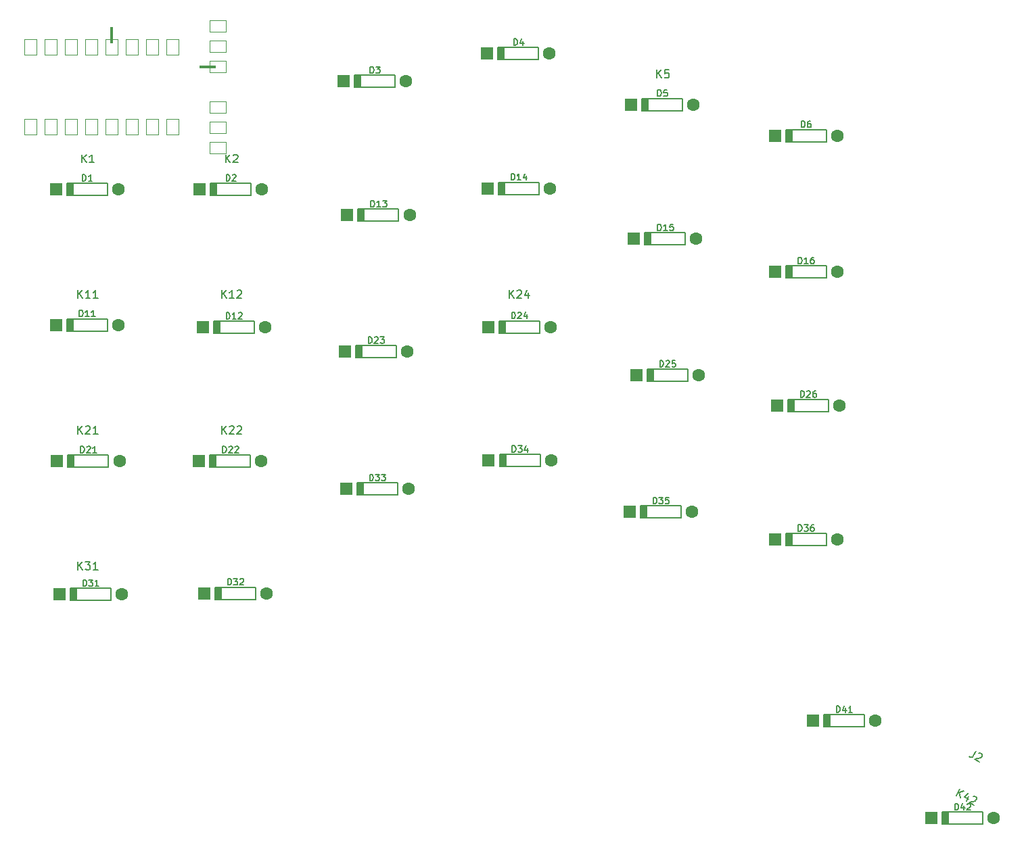
<source format=gbr>
%TF.GenerationSoftware,KiCad,Pcbnew,7.0.6*%
%TF.CreationDate,2023-11-23T00:40:04+08:00*%
%TF.ProjectId,handfull-mini,68616e64-6675-46c6-9c2d-6d696e692e6b,rev?*%
%TF.SameCoordinates,Original*%
%TF.FileFunction,Legend,Top*%
%TF.FilePolarity,Positive*%
%FSLAX46Y46*%
G04 Gerber Fmt 4.6, Leading zero omitted, Abs format (unit mm)*
G04 Created by KiCad (PCBNEW 7.0.6) date 2023-11-23 00:40:04*
%MOMM*%
%LPD*%
G01*
G04 APERTURE LIST*
%ADD10C,0.150000*%
%ADD11C,0.050000*%
%ADD12C,1.600000*%
%ADD13R,1.600000X1.600000*%
%ADD14R,2.000000X0.300000*%
%ADD15R,0.300000X2.000000*%
G04 APERTURE END LIST*
D10*
X194643971Y-140042295D02*
X194643971Y-139242295D01*
X194643971Y-139242295D02*
X194834447Y-139242295D01*
X194834447Y-139242295D02*
X194948733Y-139280390D01*
X194948733Y-139280390D02*
X195024923Y-139356580D01*
X195024923Y-139356580D02*
X195063018Y-139432771D01*
X195063018Y-139432771D02*
X195101114Y-139585152D01*
X195101114Y-139585152D02*
X195101114Y-139699438D01*
X195101114Y-139699438D02*
X195063018Y-139851819D01*
X195063018Y-139851819D02*
X195024923Y-139928009D01*
X195024923Y-139928009D02*
X194948733Y-140004200D01*
X194948733Y-140004200D02*
X194834447Y-140042295D01*
X194834447Y-140042295D02*
X194643971Y-140042295D01*
X195786828Y-139508961D02*
X195786828Y-140042295D01*
X195596352Y-139204200D02*
X195405875Y-139775628D01*
X195405875Y-139775628D02*
X195901114Y-139775628D01*
X196167780Y-139318485D02*
X196205876Y-139280390D01*
X196205876Y-139280390D02*
X196282066Y-139242295D01*
X196282066Y-139242295D02*
X196472542Y-139242295D01*
X196472542Y-139242295D02*
X196548733Y-139280390D01*
X196548733Y-139280390D02*
X196586828Y-139318485D01*
X196586828Y-139318485D02*
X196624923Y-139394676D01*
X196624923Y-139394676D02*
X196624923Y-139470866D01*
X196624923Y-139470866D02*
X196586828Y-139585152D01*
X196586828Y-139585152D02*
X196129685Y-140042295D01*
X196129685Y-140042295D02*
X196624923Y-140042295D01*
X179823971Y-127822295D02*
X179823971Y-127022295D01*
X179823971Y-127022295D02*
X180014447Y-127022295D01*
X180014447Y-127022295D02*
X180128733Y-127060390D01*
X180128733Y-127060390D02*
X180204923Y-127136580D01*
X180204923Y-127136580D02*
X180243018Y-127212771D01*
X180243018Y-127212771D02*
X180281114Y-127365152D01*
X180281114Y-127365152D02*
X180281114Y-127479438D01*
X180281114Y-127479438D02*
X180243018Y-127631819D01*
X180243018Y-127631819D02*
X180204923Y-127708009D01*
X180204923Y-127708009D02*
X180128733Y-127784200D01*
X180128733Y-127784200D02*
X180014447Y-127822295D01*
X180014447Y-127822295D02*
X179823971Y-127822295D01*
X180966828Y-127288961D02*
X180966828Y-127822295D01*
X180776352Y-126984200D02*
X180585875Y-127555628D01*
X180585875Y-127555628D02*
X181081114Y-127555628D01*
X181804923Y-127822295D02*
X181347780Y-127822295D01*
X181576352Y-127822295D02*
X181576352Y-127022295D01*
X181576352Y-127022295D02*
X181500161Y-127136580D01*
X181500161Y-127136580D02*
X181423971Y-127212771D01*
X181423971Y-127212771D02*
X181347780Y-127250866D01*
X103613971Y-111882295D02*
X103613971Y-111082295D01*
X103613971Y-111082295D02*
X103804447Y-111082295D01*
X103804447Y-111082295D02*
X103918733Y-111120390D01*
X103918733Y-111120390D02*
X103994923Y-111196580D01*
X103994923Y-111196580D02*
X104033018Y-111272771D01*
X104033018Y-111272771D02*
X104071114Y-111425152D01*
X104071114Y-111425152D02*
X104071114Y-111539438D01*
X104071114Y-111539438D02*
X104033018Y-111691819D01*
X104033018Y-111691819D02*
X103994923Y-111768009D01*
X103994923Y-111768009D02*
X103918733Y-111844200D01*
X103918733Y-111844200D02*
X103804447Y-111882295D01*
X103804447Y-111882295D02*
X103613971Y-111882295D01*
X104337780Y-111082295D02*
X104833018Y-111082295D01*
X104833018Y-111082295D02*
X104566352Y-111387057D01*
X104566352Y-111387057D02*
X104680637Y-111387057D01*
X104680637Y-111387057D02*
X104756828Y-111425152D01*
X104756828Y-111425152D02*
X104794923Y-111463247D01*
X104794923Y-111463247D02*
X104833018Y-111539438D01*
X104833018Y-111539438D02*
X104833018Y-111729914D01*
X104833018Y-111729914D02*
X104794923Y-111806104D01*
X104794923Y-111806104D02*
X104756828Y-111844200D01*
X104756828Y-111844200D02*
X104680637Y-111882295D01*
X104680637Y-111882295D02*
X104452066Y-111882295D01*
X104452066Y-111882295D02*
X104375875Y-111844200D01*
X104375875Y-111844200D02*
X104337780Y-111806104D01*
X105137780Y-111158485D02*
X105175876Y-111120390D01*
X105175876Y-111120390D02*
X105252066Y-111082295D01*
X105252066Y-111082295D02*
X105442542Y-111082295D01*
X105442542Y-111082295D02*
X105518733Y-111120390D01*
X105518733Y-111120390D02*
X105556828Y-111158485D01*
X105556828Y-111158485D02*
X105594923Y-111234676D01*
X105594923Y-111234676D02*
X105594923Y-111310866D01*
X105594923Y-111310866D02*
X105556828Y-111425152D01*
X105556828Y-111425152D02*
X105099685Y-111882295D01*
X105099685Y-111882295D02*
X105594923Y-111882295D01*
X121383971Y-98812295D02*
X121383971Y-98012295D01*
X121383971Y-98012295D02*
X121574447Y-98012295D01*
X121574447Y-98012295D02*
X121688733Y-98050390D01*
X121688733Y-98050390D02*
X121764923Y-98126580D01*
X121764923Y-98126580D02*
X121803018Y-98202771D01*
X121803018Y-98202771D02*
X121841114Y-98355152D01*
X121841114Y-98355152D02*
X121841114Y-98469438D01*
X121841114Y-98469438D02*
X121803018Y-98621819D01*
X121803018Y-98621819D02*
X121764923Y-98698009D01*
X121764923Y-98698009D02*
X121688733Y-98774200D01*
X121688733Y-98774200D02*
X121574447Y-98812295D01*
X121574447Y-98812295D02*
X121383971Y-98812295D01*
X122107780Y-98012295D02*
X122603018Y-98012295D01*
X122603018Y-98012295D02*
X122336352Y-98317057D01*
X122336352Y-98317057D02*
X122450637Y-98317057D01*
X122450637Y-98317057D02*
X122526828Y-98355152D01*
X122526828Y-98355152D02*
X122564923Y-98393247D01*
X122564923Y-98393247D02*
X122603018Y-98469438D01*
X122603018Y-98469438D02*
X122603018Y-98659914D01*
X122603018Y-98659914D02*
X122564923Y-98736104D01*
X122564923Y-98736104D02*
X122526828Y-98774200D01*
X122526828Y-98774200D02*
X122450637Y-98812295D01*
X122450637Y-98812295D02*
X122222066Y-98812295D01*
X122222066Y-98812295D02*
X122145875Y-98774200D01*
X122145875Y-98774200D02*
X122107780Y-98736104D01*
X122869685Y-98012295D02*
X123364923Y-98012295D01*
X123364923Y-98012295D02*
X123098257Y-98317057D01*
X123098257Y-98317057D02*
X123212542Y-98317057D01*
X123212542Y-98317057D02*
X123288733Y-98355152D01*
X123288733Y-98355152D02*
X123326828Y-98393247D01*
X123326828Y-98393247D02*
X123364923Y-98469438D01*
X123364923Y-98469438D02*
X123364923Y-98659914D01*
X123364923Y-98659914D02*
X123326828Y-98736104D01*
X123326828Y-98736104D02*
X123288733Y-98774200D01*
X123288733Y-98774200D02*
X123212542Y-98812295D01*
X123212542Y-98812295D02*
X122983971Y-98812295D01*
X122983971Y-98812295D02*
X122907780Y-98774200D01*
X122907780Y-98774200D02*
X122869685Y-98736104D01*
X139233971Y-95232295D02*
X139233971Y-94432295D01*
X139233971Y-94432295D02*
X139424447Y-94432295D01*
X139424447Y-94432295D02*
X139538733Y-94470390D01*
X139538733Y-94470390D02*
X139614923Y-94546580D01*
X139614923Y-94546580D02*
X139653018Y-94622771D01*
X139653018Y-94622771D02*
X139691114Y-94775152D01*
X139691114Y-94775152D02*
X139691114Y-94889438D01*
X139691114Y-94889438D02*
X139653018Y-95041819D01*
X139653018Y-95041819D02*
X139614923Y-95118009D01*
X139614923Y-95118009D02*
X139538733Y-95194200D01*
X139538733Y-95194200D02*
X139424447Y-95232295D01*
X139424447Y-95232295D02*
X139233971Y-95232295D01*
X139957780Y-94432295D02*
X140453018Y-94432295D01*
X140453018Y-94432295D02*
X140186352Y-94737057D01*
X140186352Y-94737057D02*
X140300637Y-94737057D01*
X140300637Y-94737057D02*
X140376828Y-94775152D01*
X140376828Y-94775152D02*
X140414923Y-94813247D01*
X140414923Y-94813247D02*
X140453018Y-94889438D01*
X140453018Y-94889438D02*
X140453018Y-95079914D01*
X140453018Y-95079914D02*
X140414923Y-95156104D01*
X140414923Y-95156104D02*
X140376828Y-95194200D01*
X140376828Y-95194200D02*
X140300637Y-95232295D01*
X140300637Y-95232295D02*
X140072066Y-95232295D01*
X140072066Y-95232295D02*
X139995875Y-95194200D01*
X139995875Y-95194200D02*
X139957780Y-95156104D01*
X141138733Y-94698961D02*
X141138733Y-95232295D01*
X140948257Y-94394200D02*
X140757780Y-94965628D01*
X140757780Y-94965628D02*
X141253019Y-94965628D01*
X175053971Y-105132295D02*
X175053971Y-104332295D01*
X175053971Y-104332295D02*
X175244447Y-104332295D01*
X175244447Y-104332295D02*
X175358733Y-104370390D01*
X175358733Y-104370390D02*
X175434923Y-104446580D01*
X175434923Y-104446580D02*
X175473018Y-104522771D01*
X175473018Y-104522771D02*
X175511114Y-104675152D01*
X175511114Y-104675152D02*
X175511114Y-104789438D01*
X175511114Y-104789438D02*
X175473018Y-104941819D01*
X175473018Y-104941819D02*
X175434923Y-105018009D01*
X175434923Y-105018009D02*
X175358733Y-105094200D01*
X175358733Y-105094200D02*
X175244447Y-105132295D01*
X175244447Y-105132295D02*
X175053971Y-105132295D01*
X175777780Y-104332295D02*
X176273018Y-104332295D01*
X176273018Y-104332295D02*
X176006352Y-104637057D01*
X176006352Y-104637057D02*
X176120637Y-104637057D01*
X176120637Y-104637057D02*
X176196828Y-104675152D01*
X176196828Y-104675152D02*
X176234923Y-104713247D01*
X176234923Y-104713247D02*
X176273018Y-104789438D01*
X176273018Y-104789438D02*
X176273018Y-104979914D01*
X176273018Y-104979914D02*
X176234923Y-105056104D01*
X176234923Y-105056104D02*
X176196828Y-105094200D01*
X176196828Y-105094200D02*
X176120637Y-105132295D01*
X176120637Y-105132295D02*
X175892066Y-105132295D01*
X175892066Y-105132295D02*
X175815875Y-105094200D01*
X175815875Y-105094200D02*
X175777780Y-105056104D01*
X176958733Y-104332295D02*
X176806352Y-104332295D01*
X176806352Y-104332295D02*
X176730161Y-104370390D01*
X176730161Y-104370390D02*
X176692066Y-104408485D01*
X176692066Y-104408485D02*
X176615876Y-104522771D01*
X176615876Y-104522771D02*
X176577780Y-104675152D01*
X176577780Y-104675152D02*
X176577780Y-104979914D01*
X176577780Y-104979914D02*
X176615876Y-105056104D01*
X176615876Y-105056104D02*
X176653971Y-105094200D01*
X176653971Y-105094200D02*
X176730161Y-105132295D01*
X176730161Y-105132295D02*
X176882542Y-105132295D01*
X176882542Y-105132295D02*
X176958733Y-105094200D01*
X176958733Y-105094200D02*
X176996828Y-105056104D01*
X176996828Y-105056104D02*
X177034923Y-104979914D01*
X177034923Y-104979914D02*
X177034923Y-104789438D01*
X177034923Y-104789438D02*
X176996828Y-104713247D01*
X176996828Y-104713247D02*
X176958733Y-104675152D01*
X176958733Y-104675152D02*
X176882542Y-104637057D01*
X176882542Y-104637057D02*
X176730161Y-104637057D01*
X176730161Y-104637057D02*
X176653971Y-104675152D01*
X176653971Y-104675152D02*
X176615876Y-104713247D01*
X176615876Y-104713247D02*
X176577780Y-104789438D01*
X156863971Y-101692295D02*
X156863971Y-100892295D01*
X156863971Y-100892295D02*
X157054447Y-100892295D01*
X157054447Y-100892295D02*
X157168733Y-100930390D01*
X157168733Y-100930390D02*
X157244923Y-101006580D01*
X157244923Y-101006580D02*
X157283018Y-101082771D01*
X157283018Y-101082771D02*
X157321114Y-101235152D01*
X157321114Y-101235152D02*
X157321114Y-101349438D01*
X157321114Y-101349438D02*
X157283018Y-101501819D01*
X157283018Y-101501819D02*
X157244923Y-101578009D01*
X157244923Y-101578009D02*
X157168733Y-101654200D01*
X157168733Y-101654200D02*
X157054447Y-101692295D01*
X157054447Y-101692295D02*
X156863971Y-101692295D01*
X157587780Y-100892295D02*
X158083018Y-100892295D01*
X158083018Y-100892295D02*
X157816352Y-101197057D01*
X157816352Y-101197057D02*
X157930637Y-101197057D01*
X157930637Y-101197057D02*
X158006828Y-101235152D01*
X158006828Y-101235152D02*
X158044923Y-101273247D01*
X158044923Y-101273247D02*
X158083018Y-101349438D01*
X158083018Y-101349438D02*
X158083018Y-101539914D01*
X158083018Y-101539914D02*
X158044923Y-101616104D01*
X158044923Y-101616104D02*
X158006828Y-101654200D01*
X158006828Y-101654200D02*
X157930637Y-101692295D01*
X157930637Y-101692295D02*
X157702066Y-101692295D01*
X157702066Y-101692295D02*
X157625875Y-101654200D01*
X157625875Y-101654200D02*
X157587780Y-101616104D01*
X158806828Y-100892295D02*
X158425876Y-100892295D01*
X158425876Y-100892295D02*
X158387780Y-101273247D01*
X158387780Y-101273247D02*
X158425876Y-101235152D01*
X158425876Y-101235152D02*
X158502066Y-101197057D01*
X158502066Y-101197057D02*
X158692542Y-101197057D01*
X158692542Y-101197057D02*
X158768733Y-101235152D01*
X158768733Y-101235152D02*
X158806828Y-101273247D01*
X158806828Y-101273247D02*
X158844923Y-101349438D01*
X158844923Y-101349438D02*
X158844923Y-101539914D01*
X158844923Y-101539914D02*
X158806828Y-101616104D01*
X158806828Y-101616104D02*
X158768733Y-101654200D01*
X158768733Y-101654200D02*
X158692542Y-101692295D01*
X158692542Y-101692295D02*
X158502066Y-101692295D01*
X158502066Y-101692295D02*
X158425876Y-101654200D01*
X158425876Y-101654200D02*
X158387780Y-101616104D01*
X175333971Y-88352295D02*
X175333971Y-87552295D01*
X175333971Y-87552295D02*
X175524447Y-87552295D01*
X175524447Y-87552295D02*
X175638733Y-87590390D01*
X175638733Y-87590390D02*
X175714923Y-87666580D01*
X175714923Y-87666580D02*
X175753018Y-87742771D01*
X175753018Y-87742771D02*
X175791114Y-87895152D01*
X175791114Y-87895152D02*
X175791114Y-88009438D01*
X175791114Y-88009438D02*
X175753018Y-88161819D01*
X175753018Y-88161819D02*
X175714923Y-88238009D01*
X175714923Y-88238009D02*
X175638733Y-88314200D01*
X175638733Y-88314200D02*
X175524447Y-88352295D01*
X175524447Y-88352295D02*
X175333971Y-88352295D01*
X176095875Y-87628485D02*
X176133971Y-87590390D01*
X176133971Y-87590390D02*
X176210161Y-87552295D01*
X176210161Y-87552295D02*
X176400637Y-87552295D01*
X176400637Y-87552295D02*
X176476828Y-87590390D01*
X176476828Y-87590390D02*
X176514923Y-87628485D01*
X176514923Y-87628485D02*
X176553018Y-87704676D01*
X176553018Y-87704676D02*
X176553018Y-87780866D01*
X176553018Y-87780866D02*
X176514923Y-87895152D01*
X176514923Y-87895152D02*
X176057780Y-88352295D01*
X176057780Y-88352295D02*
X176553018Y-88352295D01*
X177238733Y-87552295D02*
X177086352Y-87552295D01*
X177086352Y-87552295D02*
X177010161Y-87590390D01*
X177010161Y-87590390D02*
X176972066Y-87628485D01*
X176972066Y-87628485D02*
X176895876Y-87742771D01*
X176895876Y-87742771D02*
X176857780Y-87895152D01*
X176857780Y-87895152D02*
X176857780Y-88199914D01*
X176857780Y-88199914D02*
X176895876Y-88276104D01*
X176895876Y-88276104D02*
X176933971Y-88314200D01*
X176933971Y-88314200D02*
X177010161Y-88352295D01*
X177010161Y-88352295D02*
X177162542Y-88352295D01*
X177162542Y-88352295D02*
X177238733Y-88314200D01*
X177238733Y-88314200D02*
X177276828Y-88276104D01*
X177276828Y-88276104D02*
X177314923Y-88199914D01*
X177314923Y-88199914D02*
X177314923Y-88009438D01*
X177314923Y-88009438D02*
X177276828Y-87933247D01*
X177276828Y-87933247D02*
X177238733Y-87895152D01*
X177238733Y-87895152D02*
X177162542Y-87857057D01*
X177162542Y-87857057D02*
X177010161Y-87857057D01*
X177010161Y-87857057D02*
X176933971Y-87895152D01*
X176933971Y-87895152D02*
X176895876Y-87933247D01*
X176895876Y-87933247D02*
X176857780Y-88009438D01*
X157703971Y-84552295D02*
X157703971Y-83752295D01*
X157703971Y-83752295D02*
X157894447Y-83752295D01*
X157894447Y-83752295D02*
X158008733Y-83790390D01*
X158008733Y-83790390D02*
X158084923Y-83866580D01*
X158084923Y-83866580D02*
X158123018Y-83942771D01*
X158123018Y-83942771D02*
X158161114Y-84095152D01*
X158161114Y-84095152D02*
X158161114Y-84209438D01*
X158161114Y-84209438D02*
X158123018Y-84361819D01*
X158123018Y-84361819D02*
X158084923Y-84438009D01*
X158084923Y-84438009D02*
X158008733Y-84514200D01*
X158008733Y-84514200D02*
X157894447Y-84552295D01*
X157894447Y-84552295D02*
X157703971Y-84552295D01*
X158465875Y-83828485D02*
X158503971Y-83790390D01*
X158503971Y-83790390D02*
X158580161Y-83752295D01*
X158580161Y-83752295D02*
X158770637Y-83752295D01*
X158770637Y-83752295D02*
X158846828Y-83790390D01*
X158846828Y-83790390D02*
X158884923Y-83828485D01*
X158884923Y-83828485D02*
X158923018Y-83904676D01*
X158923018Y-83904676D02*
X158923018Y-83980866D01*
X158923018Y-83980866D02*
X158884923Y-84095152D01*
X158884923Y-84095152D02*
X158427780Y-84552295D01*
X158427780Y-84552295D02*
X158923018Y-84552295D01*
X159646828Y-83752295D02*
X159265876Y-83752295D01*
X159265876Y-83752295D02*
X159227780Y-84133247D01*
X159227780Y-84133247D02*
X159265876Y-84095152D01*
X159265876Y-84095152D02*
X159342066Y-84057057D01*
X159342066Y-84057057D02*
X159532542Y-84057057D01*
X159532542Y-84057057D02*
X159608733Y-84095152D01*
X159608733Y-84095152D02*
X159646828Y-84133247D01*
X159646828Y-84133247D02*
X159684923Y-84209438D01*
X159684923Y-84209438D02*
X159684923Y-84399914D01*
X159684923Y-84399914D02*
X159646828Y-84476104D01*
X159646828Y-84476104D02*
X159608733Y-84514200D01*
X159608733Y-84514200D02*
X159532542Y-84552295D01*
X159532542Y-84552295D02*
X159342066Y-84552295D01*
X159342066Y-84552295D02*
X159265876Y-84514200D01*
X159265876Y-84514200D02*
X159227780Y-84476104D01*
X85053971Y-78262295D02*
X85053971Y-77462295D01*
X85053971Y-77462295D02*
X85244447Y-77462295D01*
X85244447Y-77462295D02*
X85358733Y-77500390D01*
X85358733Y-77500390D02*
X85434923Y-77576580D01*
X85434923Y-77576580D02*
X85473018Y-77652771D01*
X85473018Y-77652771D02*
X85511114Y-77805152D01*
X85511114Y-77805152D02*
X85511114Y-77919438D01*
X85511114Y-77919438D02*
X85473018Y-78071819D01*
X85473018Y-78071819D02*
X85434923Y-78148009D01*
X85434923Y-78148009D02*
X85358733Y-78224200D01*
X85358733Y-78224200D02*
X85244447Y-78262295D01*
X85244447Y-78262295D02*
X85053971Y-78262295D01*
X86273018Y-78262295D02*
X85815875Y-78262295D01*
X86044447Y-78262295D02*
X86044447Y-77462295D01*
X86044447Y-77462295D02*
X85968256Y-77576580D01*
X85968256Y-77576580D02*
X85892066Y-77652771D01*
X85892066Y-77652771D02*
X85815875Y-77690866D01*
X87034923Y-78262295D02*
X86577780Y-78262295D01*
X86806352Y-78262295D02*
X86806352Y-77462295D01*
X86806352Y-77462295D02*
X86730161Y-77576580D01*
X86730161Y-77576580D02*
X86653971Y-77652771D01*
X86653971Y-77652771D02*
X86577780Y-77690866D01*
X175434924Y-54562295D02*
X175434924Y-53762295D01*
X175434924Y-53762295D02*
X175625400Y-53762295D01*
X175625400Y-53762295D02*
X175739686Y-53800390D01*
X175739686Y-53800390D02*
X175815876Y-53876580D01*
X175815876Y-53876580D02*
X175853971Y-53952771D01*
X175853971Y-53952771D02*
X175892067Y-54105152D01*
X175892067Y-54105152D02*
X175892067Y-54219438D01*
X175892067Y-54219438D02*
X175853971Y-54371819D01*
X175853971Y-54371819D02*
X175815876Y-54448009D01*
X175815876Y-54448009D02*
X175739686Y-54524200D01*
X175739686Y-54524200D02*
X175625400Y-54562295D01*
X175625400Y-54562295D02*
X175434924Y-54562295D01*
X176577781Y-53762295D02*
X176425400Y-53762295D01*
X176425400Y-53762295D02*
X176349209Y-53800390D01*
X176349209Y-53800390D02*
X176311114Y-53838485D01*
X176311114Y-53838485D02*
X176234924Y-53952771D01*
X176234924Y-53952771D02*
X176196828Y-54105152D01*
X176196828Y-54105152D02*
X176196828Y-54409914D01*
X176196828Y-54409914D02*
X176234924Y-54486104D01*
X176234924Y-54486104D02*
X176273019Y-54524200D01*
X176273019Y-54524200D02*
X176349209Y-54562295D01*
X176349209Y-54562295D02*
X176501590Y-54562295D01*
X176501590Y-54562295D02*
X176577781Y-54524200D01*
X176577781Y-54524200D02*
X176615876Y-54486104D01*
X176615876Y-54486104D02*
X176653971Y-54409914D01*
X176653971Y-54409914D02*
X176653971Y-54219438D01*
X176653971Y-54219438D02*
X176615876Y-54143247D01*
X176615876Y-54143247D02*
X176577781Y-54105152D01*
X176577781Y-54105152D02*
X176501590Y-54067057D01*
X176501590Y-54067057D02*
X176349209Y-54067057D01*
X176349209Y-54067057D02*
X176273019Y-54105152D01*
X176273019Y-54105152D02*
X176234924Y-54143247D01*
X176234924Y-54143247D02*
X176196828Y-54219438D01*
X139434924Y-44262295D02*
X139434924Y-43462295D01*
X139434924Y-43462295D02*
X139625400Y-43462295D01*
X139625400Y-43462295D02*
X139739686Y-43500390D01*
X139739686Y-43500390D02*
X139815876Y-43576580D01*
X139815876Y-43576580D02*
X139853971Y-43652771D01*
X139853971Y-43652771D02*
X139892067Y-43805152D01*
X139892067Y-43805152D02*
X139892067Y-43919438D01*
X139892067Y-43919438D02*
X139853971Y-44071819D01*
X139853971Y-44071819D02*
X139815876Y-44148009D01*
X139815876Y-44148009D02*
X139739686Y-44224200D01*
X139739686Y-44224200D02*
X139625400Y-44262295D01*
X139625400Y-44262295D02*
X139434924Y-44262295D01*
X140577781Y-43728961D02*
X140577781Y-44262295D01*
X140387305Y-43424200D02*
X140196828Y-43995628D01*
X140196828Y-43995628D02*
X140692067Y-43995628D01*
X85213971Y-95302295D02*
X85213971Y-94502295D01*
X85213971Y-94502295D02*
X85404447Y-94502295D01*
X85404447Y-94502295D02*
X85518733Y-94540390D01*
X85518733Y-94540390D02*
X85594923Y-94616580D01*
X85594923Y-94616580D02*
X85633018Y-94692771D01*
X85633018Y-94692771D02*
X85671114Y-94845152D01*
X85671114Y-94845152D02*
X85671114Y-94959438D01*
X85671114Y-94959438D02*
X85633018Y-95111819D01*
X85633018Y-95111819D02*
X85594923Y-95188009D01*
X85594923Y-95188009D02*
X85518733Y-95264200D01*
X85518733Y-95264200D02*
X85404447Y-95302295D01*
X85404447Y-95302295D02*
X85213971Y-95302295D01*
X85975875Y-94578485D02*
X86013971Y-94540390D01*
X86013971Y-94540390D02*
X86090161Y-94502295D01*
X86090161Y-94502295D02*
X86280637Y-94502295D01*
X86280637Y-94502295D02*
X86356828Y-94540390D01*
X86356828Y-94540390D02*
X86394923Y-94578485D01*
X86394923Y-94578485D02*
X86433018Y-94654676D01*
X86433018Y-94654676D02*
X86433018Y-94730866D01*
X86433018Y-94730866D02*
X86394923Y-94845152D01*
X86394923Y-94845152D02*
X85937780Y-95302295D01*
X85937780Y-95302295D02*
X86433018Y-95302295D01*
X87194923Y-95302295D02*
X86737780Y-95302295D01*
X86966352Y-95302295D02*
X86966352Y-94502295D01*
X86966352Y-94502295D02*
X86890161Y-94616580D01*
X86890161Y-94616580D02*
X86813971Y-94692771D01*
X86813971Y-94692771D02*
X86737780Y-94730866D01*
X121434924Y-47762295D02*
X121434924Y-46962295D01*
X121434924Y-46962295D02*
X121625400Y-46962295D01*
X121625400Y-46962295D02*
X121739686Y-47000390D01*
X121739686Y-47000390D02*
X121815876Y-47076580D01*
X121815876Y-47076580D02*
X121853971Y-47152771D01*
X121853971Y-47152771D02*
X121892067Y-47305152D01*
X121892067Y-47305152D02*
X121892067Y-47419438D01*
X121892067Y-47419438D02*
X121853971Y-47571819D01*
X121853971Y-47571819D02*
X121815876Y-47648009D01*
X121815876Y-47648009D02*
X121739686Y-47724200D01*
X121739686Y-47724200D02*
X121625400Y-47762295D01*
X121625400Y-47762295D02*
X121434924Y-47762295D01*
X122158733Y-46962295D02*
X122653971Y-46962295D01*
X122653971Y-46962295D02*
X122387305Y-47267057D01*
X122387305Y-47267057D02*
X122501590Y-47267057D01*
X122501590Y-47267057D02*
X122577781Y-47305152D01*
X122577781Y-47305152D02*
X122615876Y-47343247D01*
X122615876Y-47343247D02*
X122653971Y-47419438D01*
X122653971Y-47419438D02*
X122653971Y-47609914D01*
X122653971Y-47609914D02*
X122615876Y-47686104D01*
X122615876Y-47686104D02*
X122577781Y-47724200D01*
X122577781Y-47724200D02*
X122501590Y-47762295D01*
X122501590Y-47762295D02*
X122273019Y-47762295D01*
X122273019Y-47762295D02*
X122196828Y-47724200D01*
X122196828Y-47724200D02*
X122158733Y-47686104D01*
X175053971Y-71632295D02*
X175053971Y-70832295D01*
X175053971Y-70832295D02*
X175244447Y-70832295D01*
X175244447Y-70832295D02*
X175358733Y-70870390D01*
X175358733Y-70870390D02*
X175434923Y-70946580D01*
X175434923Y-70946580D02*
X175473018Y-71022771D01*
X175473018Y-71022771D02*
X175511114Y-71175152D01*
X175511114Y-71175152D02*
X175511114Y-71289438D01*
X175511114Y-71289438D02*
X175473018Y-71441819D01*
X175473018Y-71441819D02*
X175434923Y-71518009D01*
X175434923Y-71518009D02*
X175358733Y-71594200D01*
X175358733Y-71594200D02*
X175244447Y-71632295D01*
X175244447Y-71632295D02*
X175053971Y-71632295D01*
X176273018Y-71632295D02*
X175815875Y-71632295D01*
X176044447Y-71632295D02*
X176044447Y-70832295D01*
X176044447Y-70832295D02*
X175968256Y-70946580D01*
X175968256Y-70946580D02*
X175892066Y-71022771D01*
X175892066Y-71022771D02*
X175815875Y-71060866D01*
X176958733Y-70832295D02*
X176806352Y-70832295D01*
X176806352Y-70832295D02*
X176730161Y-70870390D01*
X176730161Y-70870390D02*
X176692066Y-70908485D01*
X176692066Y-70908485D02*
X176615876Y-71022771D01*
X176615876Y-71022771D02*
X176577780Y-71175152D01*
X176577780Y-71175152D02*
X176577780Y-71479914D01*
X176577780Y-71479914D02*
X176615876Y-71556104D01*
X176615876Y-71556104D02*
X176653971Y-71594200D01*
X176653971Y-71594200D02*
X176730161Y-71632295D01*
X176730161Y-71632295D02*
X176882542Y-71632295D01*
X176882542Y-71632295D02*
X176958733Y-71594200D01*
X176958733Y-71594200D02*
X176996828Y-71556104D01*
X176996828Y-71556104D02*
X177034923Y-71479914D01*
X177034923Y-71479914D02*
X177034923Y-71289438D01*
X177034923Y-71289438D02*
X176996828Y-71213247D01*
X176996828Y-71213247D02*
X176958733Y-71175152D01*
X176958733Y-71175152D02*
X176882542Y-71137057D01*
X176882542Y-71137057D02*
X176730161Y-71137057D01*
X176730161Y-71137057D02*
X176653971Y-71175152D01*
X176653971Y-71175152D02*
X176615876Y-71213247D01*
X176615876Y-71213247D02*
X176577780Y-71289438D01*
X157423971Y-67482295D02*
X157423971Y-66682295D01*
X157423971Y-66682295D02*
X157614447Y-66682295D01*
X157614447Y-66682295D02*
X157728733Y-66720390D01*
X157728733Y-66720390D02*
X157804923Y-66796580D01*
X157804923Y-66796580D02*
X157843018Y-66872771D01*
X157843018Y-66872771D02*
X157881114Y-67025152D01*
X157881114Y-67025152D02*
X157881114Y-67139438D01*
X157881114Y-67139438D02*
X157843018Y-67291819D01*
X157843018Y-67291819D02*
X157804923Y-67368009D01*
X157804923Y-67368009D02*
X157728733Y-67444200D01*
X157728733Y-67444200D02*
X157614447Y-67482295D01*
X157614447Y-67482295D02*
X157423971Y-67482295D01*
X158643018Y-67482295D02*
X158185875Y-67482295D01*
X158414447Y-67482295D02*
X158414447Y-66682295D01*
X158414447Y-66682295D02*
X158338256Y-66796580D01*
X158338256Y-66796580D02*
X158262066Y-66872771D01*
X158262066Y-66872771D02*
X158185875Y-66910866D01*
X159366828Y-66682295D02*
X158985876Y-66682295D01*
X158985876Y-66682295D02*
X158947780Y-67063247D01*
X158947780Y-67063247D02*
X158985876Y-67025152D01*
X158985876Y-67025152D02*
X159062066Y-66987057D01*
X159062066Y-66987057D02*
X159252542Y-66987057D01*
X159252542Y-66987057D02*
X159328733Y-67025152D01*
X159328733Y-67025152D02*
X159366828Y-67063247D01*
X159366828Y-67063247D02*
X159404923Y-67139438D01*
X159404923Y-67139438D02*
X159404923Y-67329914D01*
X159404923Y-67329914D02*
X159366828Y-67406104D01*
X159366828Y-67406104D02*
X159328733Y-67444200D01*
X159328733Y-67444200D02*
X159252542Y-67482295D01*
X159252542Y-67482295D02*
X159062066Y-67482295D01*
X159062066Y-67482295D02*
X158985876Y-67444200D01*
X158985876Y-67444200D02*
X158947780Y-67406104D01*
X157434924Y-50662295D02*
X157434924Y-49862295D01*
X157434924Y-49862295D02*
X157625400Y-49862295D01*
X157625400Y-49862295D02*
X157739686Y-49900390D01*
X157739686Y-49900390D02*
X157815876Y-49976580D01*
X157815876Y-49976580D02*
X157853971Y-50052771D01*
X157853971Y-50052771D02*
X157892067Y-50205152D01*
X157892067Y-50205152D02*
X157892067Y-50319438D01*
X157892067Y-50319438D02*
X157853971Y-50471819D01*
X157853971Y-50471819D02*
X157815876Y-50548009D01*
X157815876Y-50548009D02*
X157739686Y-50624200D01*
X157739686Y-50624200D02*
X157625400Y-50662295D01*
X157625400Y-50662295D02*
X157434924Y-50662295D01*
X158615876Y-49862295D02*
X158234924Y-49862295D01*
X158234924Y-49862295D02*
X158196828Y-50243247D01*
X158196828Y-50243247D02*
X158234924Y-50205152D01*
X158234924Y-50205152D02*
X158311114Y-50167057D01*
X158311114Y-50167057D02*
X158501590Y-50167057D01*
X158501590Y-50167057D02*
X158577781Y-50205152D01*
X158577781Y-50205152D02*
X158615876Y-50243247D01*
X158615876Y-50243247D02*
X158653971Y-50319438D01*
X158653971Y-50319438D02*
X158653971Y-50509914D01*
X158653971Y-50509914D02*
X158615876Y-50586104D01*
X158615876Y-50586104D02*
X158577781Y-50624200D01*
X158577781Y-50624200D02*
X158501590Y-50662295D01*
X158501590Y-50662295D02*
X158311114Y-50662295D01*
X158311114Y-50662295D02*
X158234924Y-50624200D01*
X158234924Y-50624200D02*
X158196828Y-50586104D01*
X139083971Y-61162295D02*
X139083971Y-60362295D01*
X139083971Y-60362295D02*
X139274447Y-60362295D01*
X139274447Y-60362295D02*
X139388733Y-60400390D01*
X139388733Y-60400390D02*
X139464923Y-60476580D01*
X139464923Y-60476580D02*
X139503018Y-60552771D01*
X139503018Y-60552771D02*
X139541114Y-60705152D01*
X139541114Y-60705152D02*
X139541114Y-60819438D01*
X139541114Y-60819438D02*
X139503018Y-60971819D01*
X139503018Y-60971819D02*
X139464923Y-61048009D01*
X139464923Y-61048009D02*
X139388733Y-61124200D01*
X139388733Y-61124200D02*
X139274447Y-61162295D01*
X139274447Y-61162295D02*
X139083971Y-61162295D01*
X140303018Y-61162295D02*
X139845875Y-61162295D01*
X140074447Y-61162295D02*
X140074447Y-60362295D01*
X140074447Y-60362295D02*
X139998256Y-60476580D01*
X139998256Y-60476580D02*
X139922066Y-60552771D01*
X139922066Y-60552771D02*
X139845875Y-60590866D01*
X140988733Y-60628961D02*
X140988733Y-61162295D01*
X140798257Y-60324200D02*
X140607780Y-60895628D01*
X140607780Y-60895628D02*
X141103019Y-60895628D01*
X139163971Y-78512295D02*
X139163971Y-77712295D01*
X139163971Y-77712295D02*
X139354447Y-77712295D01*
X139354447Y-77712295D02*
X139468733Y-77750390D01*
X139468733Y-77750390D02*
X139544923Y-77826580D01*
X139544923Y-77826580D02*
X139583018Y-77902771D01*
X139583018Y-77902771D02*
X139621114Y-78055152D01*
X139621114Y-78055152D02*
X139621114Y-78169438D01*
X139621114Y-78169438D02*
X139583018Y-78321819D01*
X139583018Y-78321819D02*
X139544923Y-78398009D01*
X139544923Y-78398009D02*
X139468733Y-78474200D01*
X139468733Y-78474200D02*
X139354447Y-78512295D01*
X139354447Y-78512295D02*
X139163971Y-78512295D01*
X139925875Y-77788485D02*
X139963971Y-77750390D01*
X139963971Y-77750390D02*
X140040161Y-77712295D01*
X140040161Y-77712295D02*
X140230637Y-77712295D01*
X140230637Y-77712295D02*
X140306828Y-77750390D01*
X140306828Y-77750390D02*
X140344923Y-77788485D01*
X140344923Y-77788485D02*
X140383018Y-77864676D01*
X140383018Y-77864676D02*
X140383018Y-77940866D01*
X140383018Y-77940866D02*
X140344923Y-78055152D01*
X140344923Y-78055152D02*
X139887780Y-78512295D01*
X139887780Y-78512295D02*
X140383018Y-78512295D01*
X141068733Y-77978961D02*
X141068733Y-78512295D01*
X140878257Y-77674200D02*
X140687780Y-78245628D01*
X140687780Y-78245628D02*
X141183019Y-78245628D01*
X121533971Y-64532295D02*
X121533971Y-63732295D01*
X121533971Y-63732295D02*
X121724447Y-63732295D01*
X121724447Y-63732295D02*
X121838733Y-63770390D01*
X121838733Y-63770390D02*
X121914923Y-63846580D01*
X121914923Y-63846580D02*
X121953018Y-63922771D01*
X121953018Y-63922771D02*
X121991114Y-64075152D01*
X121991114Y-64075152D02*
X121991114Y-64189438D01*
X121991114Y-64189438D02*
X121953018Y-64341819D01*
X121953018Y-64341819D02*
X121914923Y-64418009D01*
X121914923Y-64418009D02*
X121838733Y-64494200D01*
X121838733Y-64494200D02*
X121724447Y-64532295D01*
X121724447Y-64532295D02*
X121533971Y-64532295D01*
X122753018Y-64532295D02*
X122295875Y-64532295D01*
X122524447Y-64532295D02*
X122524447Y-63732295D01*
X122524447Y-63732295D02*
X122448256Y-63846580D01*
X122448256Y-63846580D02*
X122372066Y-63922771D01*
X122372066Y-63922771D02*
X122295875Y-63960866D01*
X123019685Y-63732295D02*
X123514923Y-63732295D01*
X123514923Y-63732295D02*
X123248257Y-64037057D01*
X123248257Y-64037057D02*
X123362542Y-64037057D01*
X123362542Y-64037057D02*
X123438733Y-64075152D01*
X123438733Y-64075152D02*
X123476828Y-64113247D01*
X123476828Y-64113247D02*
X123514923Y-64189438D01*
X123514923Y-64189438D02*
X123514923Y-64379914D01*
X123514923Y-64379914D02*
X123476828Y-64456104D01*
X123476828Y-64456104D02*
X123438733Y-64494200D01*
X123438733Y-64494200D02*
X123362542Y-64532295D01*
X123362542Y-64532295D02*
X123133971Y-64532295D01*
X123133971Y-64532295D02*
X123057780Y-64494200D01*
X123057780Y-64494200D02*
X123019685Y-64456104D01*
X103434924Y-61262295D02*
X103434924Y-60462295D01*
X103434924Y-60462295D02*
X103625400Y-60462295D01*
X103625400Y-60462295D02*
X103739686Y-60500390D01*
X103739686Y-60500390D02*
X103815876Y-60576580D01*
X103815876Y-60576580D02*
X103853971Y-60652771D01*
X103853971Y-60652771D02*
X103892067Y-60805152D01*
X103892067Y-60805152D02*
X103892067Y-60919438D01*
X103892067Y-60919438D02*
X103853971Y-61071819D01*
X103853971Y-61071819D02*
X103815876Y-61148009D01*
X103815876Y-61148009D02*
X103739686Y-61224200D01*
X103739686Y-61224200D02*
X103625400Y-61262295D01*
X103625400Y-61262295D02*
X103434924Y-61262295D01*
X104196828Y-60538485D02*
X104234924Y-60500390D01*
X104234924Y-60500390D02*
X104311114Y-60462295D01*
X104311114Y-60462295D02*
X104501590Y-60462295D01*
X104501590Y-60462295D02*
X104577781Y-60500390D01*
X104577781Y-60500390D02*
X104615876Y-60538485D01*
X104615876Y-60538485D02*
X104653971Y-60614676D01*
X104653971Y-60614676D02*
X104653971Y-60690866D01*
X104653971Y-60690866D02*
X104615876Y-60805152D01*
X104615876Y-60805152D02*
X104158733Y-61262295D01*
X104158733Y-61262295D02*
X104653971Y-61262295D01*
X121243971Y-81602295D02*
X121243971Y-80802295D01*
X121243971Y-80802295D02*
X121434447Y-80802295D01*
X121434447Y-80802295D02*
X121548733Y-80840390D01*
X121548733Y-80840390D02*
X121624923Y-80916580D01*
X121624923Y-80916580D02*
X121663018Y-80992771D01*
X121663018Y-80992771D02*
X121701114Y-81145152D01*
X121701114Y-81145152D02*
X121701114Y-81259438D01*
X121701114Y-81259438D02*
X121663018Y-81411819D01*
X121663018Y-81411819D02*
X121624923Y-81488009D01*
X121624923Y-81488009D02*
X121548733Y-81564200D01*
X121548733Y-81564200D02*
X121434447Y-81602295D01*
X121434447Y-81602295D02*
X121243971Y-81602295D01*
X122005875Y-80878485D02*
X122043971Y-80840390D01*
X122043971Y-80840390D02*
X122120161Y-80802295D01*
X122120161Y-80802295D02*
X122310637Y-80802295D01*
X122310637Y-80802295D02*
X122386828Y-80840390D01*
X122386828Y-80840390D02*
X122424923Y-80878485D01*
X122424923Y-80878485D02*
X122463018Y-80954676D01*
X122463018Y-80954676D02*
X122463018Y-81030866D01*
X122463018Y-81030866D02*
X122424923Y-81145152D01*
X122424923Y-81145152D02*
X121967780Y-81602295D01*
X121967780Y-81602295D02*
X122463018Y-81602295D01*
X122729685Y-80802295D02*
X123224923Y-80802295D01*
X123224923Y-80802295D02*
X122958257Y-81107057D01*
X122958257Y-81107057D02*
X123072542Y-81107057D01*
X123072542Y-81107057D02*
X123148733Y-81145152D01*
X123148733Y-81145152D02*
X123186828Y-81183247D01*
X123186828Y-81183247D02*
X123224923Y-81259438D01*
X123224923Y-81259438D02*
X123224923Y-81449914D01*
X123224923Y-81449914D02*
X123186828Y-81526104D01*
X123186828Y-81526104D02*
X123148733Y-81564200D01*
X123148733Y-81564200D02*
X123072542Y-81602295D01*
X123072542Y-81602295D02*
X122843971Y-81602295D01*
X122843971Y-81602295D02*
X122767780Y-81564200D01*
X122767780Y-81564200D02*
X122729685Y-81526104D01*
X85493971Y-112022295D02*
X85493971Y-111222295D01*
X85493971Y-111222295D02*
X85684447Y-111222295D01*
X85684447Y-111222295D02*
X85798733Y-111260390D01*
X85798733Y-111260390D02*
X85874923Y-111336580D01*
X85874923Y-111336580D02*
X85913018Y-111412771D01*
X85913018Y-111412771D02*
X85951114Y-111565152D01*
X85951114Y-111565152D02*
X85951114Y-111679438D01*
X85951114Y-111679438D02*
X85913018Y-111831819D01*
X85913018Y-111831819D02*
X85874923Y-111908009D01*
X85874923Y-111908009D02*
X85798733Y-111984200D01*
X85798733Y-111984200D02*
X85684447Y-112022295D01*
X85684447Y-112022295D02*
X85493971Y-112022295D01*
X86217780Y-111222295D02*
X86713018Y-111222295D01*
X86713018Y-111222295D02*
X86446352Y-111527057D01*
X86446352Y-111527057D02*
X86560637Y-111527057D01*
X86560637Y-111527057D02*
X86636828Y-111565152D01*
X86636828Y-111565152D02*
X86674923Y-111603247D01*
X86674923Y-111603247D02*
X86713018Y-111679438D01*
X86713018Y-111679438D02*
X86713018Y-111869914D01*
X86713018Y-111869914D02*
X86674923Y-111946104D01*
X86674923Y-111946104D02*
X86636828Y-111984200D01*
X86636828Y-111984200D02*
X86560637Y-112022295D01*
X86560637Y-112022295D02*
X86332066Y-112022295D01*
X86332066Y-112022295D02*
X86255875Y-111984200D01*
X86255875Y-111984200D02*
X86217780Y-111946104D01*
X87474923Y-112022295D02*
X87017780Y-112022295D01*
X87246352Y-112022295D02*
X87246352Y-111222295D01*
X87246352Y-111222295D02*
X87170161Y-111336580D01*
X87170161Y-111336580D02*
X87093971Y-111412771D01*
X87093971Y-111412771D02*
X87017780Y-111450866D01*
X102983971Y-95302295D02*
X102983971Y-94502295D01*
X102983971Y-94502295D02*
X103174447Y-94502295D01*
X103174447Y-94502295D02*
X103288733Y-94540390D01*
X103288733Y-94540390D02*
X103364923Y-94616580D01*
X103364923Y-94616580D02*
X103403018Y-94692771D01*
X103403018Y-94692771D02*
X103441114Y-94845152D01*
X103441114Y-94845152D02*
X103441114Y-94959438D01*
X103441114Y-94959438D02*
X103403018Y-95111819D01*
X103403018Y-95111819D02*
X103364923Y-95188009D01*
X103364923Y-95188009D02*
X103288733Y-95264200D01*
X103288733Y-95264200D02*
X103174447Y-95302295D01*
X103174447Y-95302295D02*
X102983971Y-95302295D01*
X103745875Y-94578485D02*
X103783971Y-94540390D01*
X103783971Y-94540390D02*
X103860161Y-94502295D01*
X103860161Y-94502295D02*
X104050637Y-94502295D01*
X104050637Y-94502295D02*
X104126828Y-94540390D01*
X104126828Y-94540390D02*
X104164923Y-94578485D01*
X104164923Y-94578485D02*
X104203018Y-94654676D01*
X104203018Y-94654676D02*
X104203018Y-94730866D01*
X104203018Y-94730866D02*
X104164923Y-94845152D01*
X104164923Y-94845152D02*
X103707780Y-95302295D01*
X103707780Y-95302295D02*
X104203018Y-95302295D01*
X104507780Y-94578485D02*
X104545876Y-94540390D01*
X104545876Y-94540390D02*
X104622066Y-94502295D01*
X104622066Y-94502295D02*
X104812542Y-94502295D01*
X104812542Y-94502295D02*
X104888733Y-94540390D01*
X104888733Y-94540390D02*
X104926828Y-94578485D01*
X104926828Y-94578485D02*
X104964923Y-94654676D01*
X104964923Y-94654676D02*
X104964923Y-94730866D01*
X104964923Y-94730866D02*
X104926828Y-94845152D01*
X104926828Y-94845152D02*
X104469685Y-95302295D01*
X104469685Y-95302295D02*
X104964923Y-95302295D01*
X103433971Y-78562295D02*
X103433971Y-77762295D01*
X103433971Y-77762295D02*
X103624447Y-77762295D01*
X103624447Y-77762295D02*
X103738733Y-77800390D01*
X103738733Y-77800390D02*
X103814923Y-77876580D01*
X103814923Y-77876580D02*
X103853018Y-77952771D01*
X103853018Y-77952771D02*
X103891114Y-78105152D01*
X103891114Y-78105152D02*
X103891114Y-78219438D01*
X103891114Y-78219438D02*
X103853018Y-78371819D01*
X103853018Y-78371819D02*
X103814923Y-78448009D01*
X103814923Y-78448009D02*
X103738733Y-78524200D01*
X103738733Y-78524200D02*
X103624447Y-78562295D01*
X103624447Y-78562295D02*
X103433971Y-78562295D01*
X104653018Y-78562295D02*
X104195875Y-78562295D01*
X104424447Y-78562295D02*
X104424447Y-77762295D01*
X104424447Y-77762295D02*
X104348256Y-77876580D01*
X104348256Y-77876580D02*
X104272066Y-77952771D01*
X104272066Y-77952771D02*
X104195875Y-77990866D01*
X104957780Y-77838485D02*
X104995876Y-77800390D01*
X104995876Y-77800390D02*
X105072066Y-77762295D01*
X105072066Y-77762295D02*
X105262542Y-77762295D01*
X105262542Y-77762295D02*
X105338733Y-77800390D01*
X105338733Y-77800390D02*
X105376828Y-77838485D01*
X105376828Y-77838485D02*
X105414923Y-77914676D01*
X105414923Y-77914676D02*
X105414923Y-77990866D01*
X105414923Y-77990866D02*
X105376828Y-78105152D01*
X105376828Y-78105152D02*
X104919685Y-78562295D01*
X104919685Y-78562295D02*
X105414923Y-78562295D01*
X85434924Y-61262295D02*
X85434924Y-60462295D01*
X85434924Y-60462295D02*
X85625400Y-60462295D01*
X85625400Y-60462295D02*
X85739686Y-60500390D01*
X85739686Y-60500390D02*
X85815876Y-60576580D01*
X85815876Y-60576580D02*
X85853971Y-60652771D01*
X85853971Y-60652771D02*
X85892067Y-60805152D01*
X85892067Y-60805152D02*
X85892067Y-60919438D01*
X85892067Y-60919438D02*
X85853971Y-61071819D01*
X85853971Y-61071819D02*
X85815876Y-61148009D01*
X85815876Y-61148009D02*
X85739686Y-61224200D01*
X85739686Y-61224200D02*
X85625400Y-61262295D01*
X85625400Y-61262295D02*
X85434924Y-61262295D01*
X86653971Y-61262295D02*
X86196828Y-61262295D01*
X86425400Y-61262295D02*
X86425400Y-60462295D01*
X86425400Y-60462295D02*
X86349209Y-60576580D01*
X86349209Y-60576580D02*
X86273019Y-60652771D01*
X86273019Y-60652771D02*
X86196828Y-60690866D01*
X194806901Y-138262226D02*
X195279452Y-137380923D01*
X195310503Y-138532255D02*
X195202831Y-137826132D01*
X195783054Y-137650952D02*
X195009423Y-137884525D01*
X196380940Y-138349763D02*
X196065906Y-138937299D01*
X196351125Y-137901517D02*
X195803755Y-138418507D01*
X195803755Y-138418507D02*
X196349324Y-138711038D01*
X196913120Y-138364953D02*
X196977590Y-138345489D01*
X196977590Y-138345489D02*
X197084026Y-138348527D01*
X197084026Y-138348527D02*
X197293860Y-138461039D01*
X197293860Y-138461039D02*
X197355291Y-138548011D01*
X197355291Y-138548011D02*
X197374756Y-138612480D01*
X197374756Y-138612480D02*
X197371718Y-138718916D01*
X197371718Y-138718916D02*
X197326713Y-138802850D01*
X197326713Y-138802850D02*
X197217239Y-138906248D01*
X197217239Y-138906248D02*
X196443608Y-139139821D01*
X196443608Y-139139821D02*
X196989176Y-139432352D01*
X84885714Y-92954819D02*
X84885714Y-91954819D01*
X85457142Y-92954819D02*
X85028571Y-92383390D01*
X85457142Y-91954819D02*
X84885714Y-92526247D01*
X85838095Y-92050057D02*
X85885714Y-92002438D01*
X85885714Y-92002438D02*
X85980952Y-91954819D01*
X85980952Y-91954819D02*
X86219047Y-91954819D01*
X86219047Y-91954819D02*
X86314285Y-92002438D01*
X86314285Y-92002438D02*
X86361904Y-92050057D01*
X86361904Y-92050057D02*
X86409523Y-92145295D01*
X86409523Y-92145295D02*
X86409523Y-92240533D01*
X86409523Y-92240533D02*
X86361904Y-92383390D01*
X86361904Y-92383390D02*
X85790476Y-92954819D01*
X85790476Y-92954819D02*
X86409523Y-92954819D01*
X87361904Y-92954819D02*
X86790476Y-92954819D01*
X87076190Y-92954819D02*
X87076190Y-91954819D01*
X87076190Y-91954819D02*
X86980952Y-92097676D01*
X86980952Y-92097676D02*
X86885714Y-92192914D01*
X86885714Y-92192914D02*
X86790476Y-92240533D01*
X102885714Y-92954819D02*
X102885714Y-91954819D01*
X103457142Y-92954819D02*
X103028571Y-92383390D01*
X103457142Y-91954819D02*
X102885714Y-92526247D01*
X103838095Y-92050057D02*
X103885714Y-92002438D01*
X103885714Y-92002438D02*
X103980952Y-91954819D01*
X103980952Y-91954819D02*
X104219047Y-91954819D01*
X104219047Y-91954819D02*
X104314285Y-92002438D01*
X104314285Y-92002438D02*
X104361904Y-92050057D01*
X104361904Y-92050057D02*
X104409523Y-92145295D01*
X104409523Y-92145295D02*
X104409523Y-92240533D01*
X104409523Y-92240533D02*
X104361904Y-92383390D01*
X104361904Y-92383390D02*
X103790476Y-92954819D01*
X103790476Y-92954819D02*
X104409523Y-92954819D01*
X104790476Y-92050057D02*
X104838095Y-92002438D01*
X104838095Y-92002438D02*
X104933333Y-91954819D01*
X104933333Y-91954819D02*
X105171428Y-91954819D01*
X105171428Y-91954819D02*
X105266666Y-92002438D01*
X105266666Y-92002438D02*
X105314285Y-92050057D01*
X105314285Y-92050057D02*
X105361904Y-92145295D01*
X105361904Y-92145295D02*
X105361904Y-92240533D01*
X105361904Y-92240533D02*
X105314285Y-92383390D01*
X105314285Y-92383390D02*
X104742857Y-92954819D01*
X104742857Y-92954819D02*
X105361904Y-92954819D01*
X157361905Y-48354819D02*
X157361905Y-47354819D01*
X157933333Y-48354819D02*
X157504762Y-47783390D01*
X157933333Y-47354819D02*
X157361905Y-47926247D01*
X158838095Y-47354819D02*
X158361905Y-47354819D01*
X158361905Y-47354819D02*
X158314286Y-47831009D01*
X158314286Y-47831009D02*
X158361905Y-47783390D01*
X158361905Y-47783390D02*
X158457143Y-47735771D01*
X158457143Y-47735771D02*
X158695238Y-47735771D01*
X158695238Y-47735771D02*
X158790476Y-47783390D01*
X158790476Y-47783390D02*
X158838095Y-47831009D01*
X158838095Y-47831009D02*
X158885714Y-47926247D01*
X158885714Y-47926247D02*
X158885714Y-48164342D01*
X158885714Y-48164342D02*
X158838095Y-48259580D01*
X158838095Y-48259580D02*
X158790476Y-48307200D01*
X158790476Y-48307200D02*
X158695238Y-48354819D01*
X158695238Y-48354819D02*
X158457143Y-48354819D01*
X158457143Y-48354819D02*
X158361905Y-48307200D01*
X158361905Y-48307200D02*
X158314286Y-48259580D01*
X103361905Y-58954819D02*
X103361905Y-57954819D01*
X103933333Y-58954819D02*
X103504762Y-58383390D01*
X103933333Y-57954819D02*
X103361905Y-58526247D01*
X104314286Y-58050057D02*
X104361905Y-58002438D01*
X104361905Y-58002438D02*
X104457143Y-57954819D01*
X104457143Y-57954819D02*
X104695238Y-57954819D01*
X104695238Y-57954819D02*
X104790476Y-58002438D01*
X104790476Y-58002438D02*
X104838095Y-58050057D01*
X104838095Y-58050057D02*
X104885714Y-58145295D01*
X104885714Y-58145295D02*
X104885714Y-58240533D01*
X104885714Y-58240533D02*
X104838095Y-58383390D01*
X104838095Y-58383390D02*
X104266667Y-58954819D01*
X104266667Y-58954819D02*
X104885714Y-58954819D01*
X102885714Y-75954819D02*
X102885714Y-74954819D01*
X103457142Y-75954819D02*
X103028571Y-75383390D01*
X103457142Y-74954819D02*
X102885714Y-75526247D01*
X104409523Y-75954819D02*
X103838095Y-75954819D01*
X104123809Y-75954819D02*
X104123809Y-74954819D01*
X104123809Y-74954819D02*
X104028571Y-75097676D01*
X104028571Y-75097676D02*
X103933333Y-75192914D01*
X103933333Y-75192914D02*
X103838095Y-75240533D01*
X104790476Y-75050057D02*
X104838095Y-75002438D01*
X104838095Y-75002438D02*
X104933333Y-74954819D01*
X104933333Y-74954819D02*
X105171428Y-74954819D01*
X105171428Y-74954819D02*
X105266666Y-75002438D01*
X105266666Y-75002438D02*
X105314285Y-75050057D01*
X105314285Y-75050057D02*
X105361904Y-75145295D01*
X105361904Y-75145295D02*
X105361904Y-75240533D01*
X105361904Y-75240533D02*
X105314285Y-75383390D01*
X105314285Y-75383390D02*
X104742857Y-75954819D01*
X104742857Y-75954819D02*
X105361904Y-75954819D01*
X138885714Y-75954819D02*
X138885714Y-74954819D01*
X139457142Y-75954819D02*
X139028571Y-75383390D01*
X139457142Y-74954819D02*
X138885714Y-75526247D01*
X139838095Y-75050057D02*
X139885714Y-75002438D01*
X139885714Y-75002438D02*
X139980952Y-74954819D01*
X139980952Y-74954819D02*
X140219047Y-74954819D01*
X140219047Y-74954819D02*
X140314285Y-75002438D01*
X140314285Y-75002438D02*
X140361904Y-75050057D01*
X140361904Y-75050057D02*
X140409523Y-75145295D01*
X140409523Y-75145295D02*
X140409523Y-75240533D01*
X140409523Y-75240533D02*
X140361904Y-75383390D01*
X140361904Y-75383390D02*
X139790476Y-75954819D01*
X139790476Y-75954819D02*
X140409523Y-75954819D01*
X141266666Y-75288152D02*
X141266666Y-75954819D01*
X141028571Y-74907200D02*
X140790476Y-75621485D01*
X140790476Y-75621485D02*
X141409523Y-75621485D01*
X84885714Y-109954819D02*
X84885714Y-108954819D01*
X85457142Y-109954819D02*
X85028571Y-109383390D01*
X85457142Y-108954819D02*
X84885714Y-109526247D01*
X85790476Y-108954819D02*
X86409523Y-108954819D01*
X86409523Y-108954819D02*
X86076190Y-109335771D01*
X86076190Y-109335771D02*
X86219047Y-109335771D01*
X86219047Y-109335771D02*
X86314285Y-109383390D01*
X86314285Y-109383390D02*
X86361904Y-109431009D01*
X86361904Y-109431009D02*
X86409523Y-109526247D01*
X86409523Y-109526247D02*
X86409523Y-109764342D01*
X86409523Y-109764342D02*
X86361904Y-109859580D01*
X86361904Y-109859580D02*
X86314285Y-109907200D01*
X86314285Y-109907200D02*
X86219047Y-109954819D01*
X86219047Y-109954819D02*
X85933333Y-109954819D01*
X85933333Y-109954819D02*
X85838095Y-109907200D01*
X85838095Y-109907200D02*
X85790476Y-109859580D01*
X87361904Y-109954819D02*
X86790476Y-109954819D01*
X87076190Y-109954819D02*
X87076190Y-108954819D01*
X87076190Y-108954819D02*
X86980952Y-109097676D01*
X86980952Y-109097676D02*
X86885714Y-109192914D01*
X86885714Y-109192914D02*
X86790476Y-109240533D01*
X84885714Y-75954819D02*
X84885714Y-74954819D01*
X85457142Y-75954819D02*
X85028571Y-75383390D01*
X85457142Y-74954819D02*
X84885714Y-75526247D01*
X86409523Y-75954819D02*
X85838095Y-75954819D01*
X86123809Y-75954819D02*
X86123809Y-74954819D01*
X86123809Y-74954819D02*
X86028571Y-75097676D01*
X86028571Y-75097676D02*
X85933333Y-75192914D01*
X85933333Y-75192914D02*
X85838095Y-75240533D01*
X87361904Y-75954819D02*
X86790476Y-75954819D01*
X87076190Y-75954819D02*
X87076190Y-74954819D01*
X87076190Y-74954819D02*
X86980952Y-75097676D01*
X86980952Y-75097676D02*
X86885714Y-75192914D01*
X86885714Y-75192914D02*
X86790476Y-75240533D01*
X85361905Y-58954819D02*
X85361905Y-57954819D01*
X85933333Y-58954819D02*
X85504762Y-58383390D01*
X85933333Y-57954819D02*
X85361905Y-58526247D01*
X86885714Y-58954819D02*
X86314286Y-58954819D01*
X86600000Y-58954819D02*
X86600000Y-57954819D01*
X86600000Y-57954819D02*
X86504762Y-58097676D01*
X86504762Y-58097676D02*
X86409524Y-58192914D01*
X86409524Y-58192914D02*
X86314286Y-58240533D01*
X197273839Y-132662384D02*
X196936314Y-133291893D01*
X196936314Y-133291893D02*
X196826842Y-133395293D01*
X196826842Y-133395293D02*
X196697904Y-133434224D01*
X196697904Y-133434224D02*
X196549500Y-133408686D01*
X196549500Y-133408686D02*
X196465566Y-133363683D01*
X197606541Y-132948834D02*
X197671010Y-132929368D01*
X197671010Y-132929368D02*
X197777446Y-132932405D01*
X197777446Y-132932405D02*
X197987282Y-133044913D01*
X197987282Y-133044913D02*
X198048715Y-133131884D01*
X198048715Y-133131884D02*
X198068180Y-133196353D01*
X198068180Y-133196353D02*
X198065144Y-133302789D01*
X198065144Y-133302789D02*
X198020141Y-133386723D01*
X198020141Y-133386723D02*
X197910669Y-133490123D01*
X197910669Y-133490123D02*
X197137042Y-133723710D01*
X197137042Y-133723710D02*
X197682616Y-134016231D01*
%TO.C,D42*%
X193812000Y-140318000D02*
X193812000Y-141842000D01*
X193685000Y-140318000D02*
X193685000Y-141842000D01*
X193558000Y-141842000D02*
X193558000Y-140318000D01*
X193177000Y-140318000D02*
X193177000Y-141842000D01*
X193304000Y-141842000D02*
X193304000Y-140318000D01*
X193431000Y-140318000D02*
X193431000Y-141842000D01*
X198130000Y-140318000D02*
X197622000Y-140318000D01*
X198130000Y-141842000D02*
X198130000Y-140318000D01*
X193050000Y-141842000D02*
X198130000Y-141842000D01*
X193050000Y-140318000D02*
X193050000Y-141842000D01*
X198130000Y-140318000D02*
X193050000Y-140318000D01*
%TO.C,D41*%
X178992000Y-128098000D02*
X178992000Y-129622000D01*
X178865000Y-128098000D02*
X178865000Y-129622000D01*
X178738000Y-129622000D02*
X178738000Y-128098000D01*
X178357000Y-128098000D02*
X178357000Y-129622000D01*
X178484000Y-129622000D02*
X178484000Y-128098000D01*
X178611000Y-128098000D02*
X178611000Y-129622000D01*
X183310000Y-128098000D02*
X182802000Y-128098000D01*
X183310000Y-129622000D02*
X183310000Y-128098000D01*
X178230000Y-129622000D02*
X183310000Y-129622000D01*
X178230000Y-128098000D02*
X178230000Y-129622000D01*
X183310000Y-128098000D02*
X178230000Y-128098000D01*
%TO.C,D32*%
X102782000Y-112158000D02*
X102782000Y-113682000D01*
X102655000Y-112158000D02*
X102655000Y-113682000D01*
X102528000Y-113682000D02*
X102528000Y-112158000D01*
X102147000Y-112158000D02*
X102147000Y-113682000D01*
X102274000Y-113682000D02*
X102274000Y-112158000D01*
X102401000Y-112158000D02*
X102401000Y-113682000D01*
X107100000Y-112158000D02*
X106592000Y-112158000D01*
X107100000Y-113682000D02*
X107100000Y-112158000D01*
X102020000Y-113682000D02*
X107100000Y-113682000D01*
X102020000Y-112158000D02*
X102020000Y-113682000D01*
X107100000Y-112158000D02*
X102020000Y-112158000D01*
%TO.C,D33*%
X120552000Y-99088000D02*
X120552000Y-100612000D01*
X120425000Y-99088000D02*
X120425000Y-100612000D01*
X120298000Y-100612000D02*
X120298000Y-99088000D01*
X119917000Y-99088000D02*
X119917000Y-100612000D01*
X120044000Y-100612000D02*
X120044000Y-99088000D01*
X120171000Y-99088000D02*
X120171000Y-100612000D01*
X124870000Y-99088000D02*
X124362000Y-99088000D01*
X124870000Y-100612000D02*
X124870000Y-99088000D01*
X119790000Y-100612000D02*
X124870000Y-100612000D01*
X119790000Y-99088000D02*
X119790000Y-100612000D01*
X124870000Y-99088000D02*
X119790000Y-99088000D01*
%TO.C,D34*%
X138402000Y-95508000D02*
X138402000Y-97032000D01*
X138275000Y-95508000D02*
X138275000Y-97032000D01*
X138148000Y-97032000D02*
X138148000Y-95508000D01*
X137767000Y-95508000D02*
X137767000Y-97032000D01*
X137894000Y-97032000D02*
X137894000Y-95508000D01*
X138021000Y-95508000D02*
X138021000Y-97032000D01*
X142720000Y-95508000D02*
X142212000Y-95508000D01*
X142720000Y-97032000D02*
X142720000Y-95508000D01*
X137640000Y-97032000D02*
X142720000Y-97032000D01*
X137640000Y-95508000D02*
X137640000Y-97032000D01*
X142720000Y-95508000D02*
X137640000Y-95508000D01*
%TO.C,D36*%
X174222000Y-105408000D02*
X174222000Y-106932000D01*
X174095000Y-105408000D02*
X174095000Y-106932000D01*
X173968000Y-106932000D02*
X173968000Y-105408000D01*
X173587000Y-105408000D02*
X173587000Y-106932000D01*
X173714000Y-106932000D02*
X173714000Y-105408000D01*
X173841000Y-105408000D02*
X173841000Y-106932000D01*
X178540000Y-105408000D02*
X178032000Y-105408000D01*
X178540000Y-106932000D02*
X178540000Y-105408000D01*
X173460000Y-106932000D02*
X178540000Y-106932000D01*
X173460000Y-105408000D02*
X173460000Y-106932000D01*
X178540000Y-105408000D02*
X173460000Y-105408000D01*
%TO.C,D35*%
X156032000Y-101968000D02*
X156032000Y-103492000D01*
X155905000Y-101968000D02*
X155905000Y-103492000D01*
X155778000Y-103492000D02*
X155778000Y-101968000D01*
X155397000Y-101968000D02*
X155397000Y-103492000D01*
X155524000Y-103492000D02*
X155524000Y-101968000D01*
X155651000Y-101968000D02*
X155651000Y-103492000D01*
X160350000Y-101968000D02*
X159842000Y-101968000D01*
X160350000Y-103492000D02*
X160350000Y-101968000D01*
X155270000Y-103492000D02*
X160350000Y-103492000D01*
X155270000Y-101968000D02*
X155270000Y-103492000D01*
X160350000Y-101968000D02*
X155270000Y-101968000D01*
%TO.C,D26*%
X174502000Y-88628000D02*
X174502000Y-90152000D01*
X174375000Y-88628000D02*
X174375000Y-90152000D01*
X174248000Y-90152000D02*
X174248000Y-88628000D01*
X173867000Y-88628000D02*
X173867000Y-90152000D01*
X173994000Y-90152000D02*
X173994000Y-88628000D01*
X174121000Y-88628000D02*
X174121000Y-90152000D01*
X178820000Y-88628000D02*
X178312000Y-88628000D01*
X178820000Y-90152000D02*
X178820000Y-88628000D01*
X173740000Y-90152000D02*
X178820000Y-90152000D01*
X173740000Y-88628000D02*
X173740000Y-90152000D01*
X178820000Y-88628000D02*
X173740000Y-88628000D01*
%TO.C,D25*%
X156872000Y-84828000D02*
X156872000Y-86352000D01*
X156745000Y-84828000D02*
X156745000Y-86352000D01*
X156618000Y-86352000D02*
X156618000Y-84828000D01*
X156237000Y-84828000D02*
X156237000Y-86352000D01*
X156364000Y-86352000D02*
X156364000Y-84828000D01*
X156491000Y-84828000D02*
X156491000Y-86352000D01*
X161190000Y-84828000D02*
X160682000Y-84828000D01*
X161190000Y-86352000D02*
X161190000Y-84828000D01*
X156110000Y-86352000D02*
X161190000Y-86352000D01*
X156110000Y-84828000D02*
X156110000Y-86352000D01*
X161190000Y-84828000D02*
X156110000Y-84828000D01*
%TO.C,D11*%
X84222000Y-78538000D02*
X84222000Y-80062000D01*
X84095000Y-78538000D02*
X84095000Y-80062000D01*
X83968000Y-80062000D02*
X83968000Y-78538000D01*
X83587000Y-78538000D02*
X83587000Y-80062000D01*
X83714000Y-80062000D02*
X83714000Y-78538000D01*
X83841000Y-78538000D02*
X83841000Y-80062000D01*
X88540000Y-78538000D02*
X88032000Y-78538000D01*
X88540000Y-80062000D02*
X88540000Y-78538000D01*
X83460000Y-80062000D02*
X88540000Y-80062000D01*
X83460000Y-78538000D02*
X83460000Y-80062000D01*
X88540000Y-78538000D02*
X83460000Y-78538000D01*
%TO.C,D6*%
X174222000Y-54838000D02*
X174222000Y-56362000D01*
X174095000Y-54838000D02*
X174095000Y-56362000D01*
X173968000Y-56362000D02*
X173968000Y-54838000D01*
X173587000Y-54838000D02*
X173587000Y-56362000D01*
X173714000Y-56362000D02*
X173714000Y-54838000D01*
X173841000Y-54838000D02*
X173841000Y-56362000D01*
X178540000Y-54838000D02*
X178032000Y-54838000D01*
X178540000Y-56362000D02*
X178540000Y-54838000D01*
X173460000Y-56362000D02*
X178540000Y-56362000D01*
X173460000Y-54838000D02*
X173460000Y-56362000D01*
X178540000Y-54838000D02*
X173460000Y-54838000D01*
%TO.C,D4*%
X138222000Y-44538000D02*
X138222000Y-46062000D01*
X138095000Y-44538000D02*
X138095000Y-46062000D01*
X137968000Y-46062000D02*
X137968000Y-44538000D01*
X137587000Y-44538000D02*
X137587000Y-46062000D01*
X137714000Y-46062000D02*
X137714000Y-44538000D01*
X137841000Y-44538000D02*
X137841000Y-46062000D01*
X142540000Y-44538000D02*
X142032000Y-44538000D01*
X142540000Y-46062000D02*
X142540000Y-44538000D01*
X137460000Y-46062000D02*
X142540000Y-46062000D01*
X137460000Y-44538000D02*
X137460000Y-46062000D01*
X142540000Y-44538000D02*
X137460000Y-44538000D01*
%TO.C,D21*%
X84382000Y-95578000D02*
X84382000Y-97102000D01*
X84255000Y-95578000D02*
X84255000Y-97102000D01*
X84128000Y-97102000D02*
X84128000Y-95578000D01*
X83747000Y-95578000D02*
X83747000Y-97102000D01*
X83874000Y-97102000D02*
X83874000Y-95578000D01*
X84001000Y-95578000D02*
X84001000Y-97102000D01*
X88700000Y-95578000D02*
X88192000Y-95578000D01*
X88700000Y-97102000D02*
X88700000Y-95578000D01*
X83620000Y-97102000D02*
X88700000Y-97102000D01*
X83620000Y-95578000D02*
X83620000Y-97102000D01*
X88700000Y-95578000D02*
X83620000Y-95578000D01*
%TO.C,D3*%
X120222000Y-48038000D02*
X120222000Y-49562000D01*
X120095000Y-48038000D02*
X120095000Y-49562000D01*
X119968000Y-49562000D02*
X119968000Y-48038000D01*
X119587000Y-48038000D02*
X119587000Y-49562000D01*
X119714000Y-49562000D02*
X119714000Y-48038000D01*
X119841000Y-48038000D02*
X119841000Y-49562000D01*
X124540000Y-48038000D02*
X124032000Y-48038000D01*
X124540000Y-49562000D02*
X124540000Y-48038000D01*
X119460000Y-49562000D02*
X124540000Y-49562000D01*
X119460000Y-48038000D02*
X119460000Y-49562000D01*
X124540000Y-48038000D02*
X119460000Y-48038000D01*
%TO.C,D16*%
X174222000Y-71908000D02*
X174222000Y-73432000D01*
X174095000Y-71908000D02*
X174095000Y-73432000D01*
X173968000Y-73432000D02*
X173968000Y-71908000D01*
X173587000Y-71908000D02*
X173587000Y-73432000D01*
X173714000Y-73432000D02*
X173714000Y-71908000D01*
X173841000Y-71908000D02*
X173841000Y-73432000D01*
X178540000Y-71908000D02*
X178032000Y-71908000D01*
X178540000Y-73432000D02*
X178540000Y-71908000D01*
X173460000Y-73432000D02*
X178540000Y-73432000D01*
X173460000Y-71908000D02*
X173460000Y-73432000D01*
X178540000Y-71908000D02*
X173460000Y-71908000D01*
%TO.C,D15*%
X156592000Y-67758000D02*
X156592000Y-69282000D01*
X156465000Y-67758000D02*
X156465000Y-69282000D01*
X156338000Y-69282000D02*
X156338000Y-67758000D01*
X155957000Y-67758000D02*
X155957000Y-69282000D01*
X156084000Y-69282000D02*
X156084000Y-67758000D01*
X156211000Y-67758000D02*
X156211000Y-69282000D01*
X160910000Y-67758000D02*
X160402000Y-67758000D01*
X160910000Y-69282000D02*
X160910000Y-67758000D01*
X155830000Y-69282000D02*
X160910000Y-69282000D01*
X155830000Y-67758000D02*
X155830000Y-69282000D01*
X160910000Y-67758000D02*
X155830000Y-67758000D01*
%TO.C,D5*%
X156222000Y-50938000D02*
X156222000Y-52462000D01*
X156095000Y-50938000D02*
X156095000Y-52462000D01*
X155968000Y-52462000D02*
X155968000Y-50938000D01*
X155587000Y-50938000D02*
X155587000Y-52462000D01*
X155714000Y-52462000D02*
X155714000Y-50938000D01*
X155841000Y-50938000D02*
X155841000Y-52462000D01*
X160540000Y-50938000D02*
X160032000Y-50938000D01*
X160540000Y-52462000D02*
X160540000Y-50938000D01*
X155460000Y-52462000D02*
X160540000Y-52462000D01*
X155460000Y-50938000D02*
X155460000Y-52462000D01*
X160540000Y-50938000D02*
X155460000Y-50938000D01*
%TO.C,D14*%
X138252000Y-61438000D02*
X138252000Y-62962000D01*
X138125000Y-61438000D02*
X138125000Y-62962000D01*
X137998000Y-62962000D02*
X137998000Y-61438000D01*
X137617000Y-61438000D02*
X137617000Y-62962000D01*
X137744000Y-62962000D02*
X137744000Y-61438000D01*
X137871000Y-61438000D02*
X137871000Y-62962000D01*
X142570000Y-61438000D02*
X142062000Y-61438000D01*
X142570000Y-62962000D02*
X142570000Y-61438000D01*
X137490000Y-62962000D02*
X142570000Y-62962000D01*
X137490000Y-61438000D02*
X137490000Y-62962000D01*
X142570000Y-61438000D02*
X137490000Y-61438000D01*
%TO.C,D24*%
X138332000Y-78788000D02*
X138332000Y-80312000D01*
X138205000Y-78788000D02*
X138205000Y-80312000D01*
X138078000Y-80312000D02*
X138078000Y-78788000D01*
X137697000Y-78788000D02*
X137697000Y-80312000D01*
X137824000Y-80312000D02*
X137824000Y-78788000D01*
X137951000Y-78788000D02*
X137951000Y-80312000D01*
X142650000Y-78788000D02*
X142142000Y-78788000D01*
X142650000Y-80312000D02*
X142650000Y-78788000D01*
X137570000Y-80312000D02*
X142650000Y-80312000D01*
X137570000Y-78788000D02*
X137570000Y-80312000D01*
X142650000Y-78788000D02*
X137570000Y-78788000D01*
%TO.C,D13*%
X120702000Y-64808000D02*
X120702000Y-66332000D01*
X120575000Y-64808000D02*
X120575000Y-66332000D01*
X120448000Y-66332000D02*
X120448000Y-64808000D01*
X120067000Y-64808000D02*
X120067000Y-66332000D01*
X120194000Y-66332000D02*
X120194000Y-64808000D01*
X120321000Y-64808000D02*
X120321000Y-66332000D01*
X125020000Y-64808000D02*
X124512000Y-64808000D01*
X125020000Y-66332000D02*
X125020000Y-64808000D01*
X119940000Y-66332000D02*
X125020000Y-66332000D01*
X119940000Y-64808000D02*
X119940000Y-66332000D01*
X125020000Y-64808000D02*
X119940000Y-64808000D01*
%TO.C,D2*%
X106540000Y-61538000D02*
X101460000Y-61538000D01*
X101460000Y-61538000D02*
X101460000Y-63062000D01*
X101460000Y-63062000D02*
X106540000Y-63062000D01*
X106540000Y-63062000D02*
X106540000Y-61538000D01*
X106540000Y-61538000D02*
X106032000Y-61538000D01*
X101841000Y-61538000D02*
X101841000Y-63062000D01*
X101714000Y-63062000D02*
X101714000Y-61538000D01*
X101587000Y-61538000D02*
X101587000Y-63062000D01*
X101968000Y-63062000D02*
X101968000Y-61538000D01*
X102095000Y-61538000D02*
X102095000Y-63062000D01*
X102222000Y-61538000D02*
X102222000Y-63062000D01*
%TO.C,D23*%
X120412000Y-81878000D02*
X120412000Y-83402000D01*
X120285000Y-81878000D02*
X120285000Y-83402000D01*
X120158000Y-83402000D02*
X120158000Y-81878000D01*
X119777000Y-81878000D02*
X119777000Y-83402000D01*
X119904000Y-83402000D02*
X119904000Y-81878000D01*
X120031000Y-81878000D02*
X120031000Y-83402000D01*
X124730000Y-81878000D02*
X124222000Y-81878000D01*
X124730000Y-83402000D02*
X124730000Y-81878000D01*
X119650000Y-83402000D02*
X124730000Y-83402000D01*
X119650000Y-81878000D02*
X119650000Y-83402000D01*
X124730000Y-81878000D02*
X119650000Y-81878000D01*
%TO.C,D31*%
X84662000Y-112298000D02*
X84662000Y-113822000D01*
X84535000Y-112298000D02*
X84535000Y-113822000D01*
X84408000Y-113822000D02*
X84408000Y-112298000D01*
X84027000Y-112298000D02*
X84027000Y-113822000D01*
X84154000Y-113822000D02*
X84154000Y-112298000D01*
X84281000Y-112298000D02*
X84281000Y-113822000D01*
X88980000Y-112298000D02*
X88472000Y-112298000D01*
X88980000Y-113822000D02*
X88980000Y-112298000D01*
X83900000Y-113822000D02*
X88980000Y-113822000D01*
X83900000Y-112298000D02*
X83900000Y-113822000D01*
X88980000Y-112298000D02*
X83900000Y-112298000D01*
%TO.C,D22*%
X102152000Y-95578000D02*
X102152000Y-97102000D01*
X102025000Y-95578000D02*
X102025000Y-97102000D01*
X101898000Y-97102000D02*
X101898000Y-95578000D01*
X101517000Y-95578000D02*
X101517000Y-97102000D01*
X101644000Y-97102000D02*
X101644000Y-95578000D01*
X101771000Y-95578000D02*
X101771000Y-97102000D01*
X106470000Y-95578000D02*
X105962000Y-95578000D01*
X106470000Y-97102000D02*
X106470000Y-95578000D01*
X101390000Y-97102000D02*
X106470000Y-97102000D01*
X101390000Y-95578000D02*
X101390000Y-97102000D01*
X106470000Y-95578000D02*
X101390000Y-95578000D01*
%TO.C,D12*%
X102602000Y-78838000D02*
X102602000Y-80362000D01*
X102475000Y-78838000D02*
X102475000Y-80362000D01*
X102348000Y-80362000D02*
X102348000Y-78838000D01*
X101967000Y-78838000D02*
X101967000Y-80362000D01*
X102094000Y-80362000D02*
X102094000Y-78838000D01*
X102221000Y-78838000D02*
X102221000Y-80362000D01*
X106920000Y-78838000D02*
X106412000Y-78838000D01*
X106920000Y-80362000D02*
X106920000Y-78838000D01*
X101840000Y-80362000D02*
X106920000Y-80362000D01*
X101840000Y-78838000D02*
X101840000Y-80362000D01*
X106920000Y-78838000D02*
X101840000Y-78838000D01*
%TO.C,D1*%
X84222000Y-61538000D02*
X84222000Y-63062000D01*
X84095000Y-61538000D02*
X84095000Y-63062000D01*
X83968000Y-63062000D02*
X83968000Y-61538000D01*
X83587000Y-61538000D02*
X83587000Y-63062000D01*
X83714000Y-63062000D02*
X83714000Y-61538000D01*
X83841000Y-61538000D02*
X83841000Y-63062000D01*
X88540000Y-61538000D02*
X88032000Y-61538000D01*
X88540000Y-63062000D02*
X88540000Y-61538000D01*
X83460000Y-63062000D02*
X88540000Y-63062000D01*
X83460000Y-61538000D02*
X83460000Y-63062000D01*
X88540000Y-61538000D02*
X83460000Y-61538000D01*
D11*
%TO.C,U1*%
X101350000Y-56360000D02*
X103350000Y-56360000D01*
X103350000Y-56360000D02*
X103350000Y-57860000D01*
X103350000Y-57860000D02*
X101350000Y-57860000D01*
X101350000Y-57860000D02*
X101350000Y-56360000D01*
X78190000Y-55490000D02*
X79690000Y-55490000D01*
X79690000Y-55490000D02*
X79690000Y-53490000D01*
X79690000Y-53490000D02*
X78190000Y-53490000D01*
X78190000Y-53490000D02*
X78190000Y-55490000D01*
X80730000Y-55490000D02*
X82230000Y-55490000D01*
X82230000Y-55490000D02*
X82230000Y-53490000D01*
X82230000Y-53490000D02*
X80730000Y-53490000D01*
X80730000Y-53490000D02*
X80730000Y-55490000D01*
X83270000Y-55490000D02*
X84770000Y-55490000D01*
X84770000Y-55490000D02*
X84770000Y-53490000D01*
X84770000Y-53490000D02*
X83270000Y-53490000D01*
X83270000Y-53490000D02*
X83270000Y-55490000D01*
X85810000Y-55490000D02*
X87310000Y-55490000D01*
X87310000Y-55490000D02*
X87310000Y-53490000D01*
X87310000Y-53490000D02*
X85810000Y-53490000D01*
X85810000Y-53490000D02*
X85810000Y-55490000D01*
X88350000Y-55490000D02*
X89850000Y-55490000D01*
X89850000Y-55490000D02*
X89850000Y-53490000D01*
X89850000Y-53490000D02*
X88350000Y-53490000D01*
X88350000Y-53490000D02*
X88350000Y-55490000D01*
X90890000Y-55490000D02*
X92390000Y-55490000D01*
X92390000Y-55490000D02*
X92390000Y-53490000D01*
X92390000Y-53490000D02*
X90890000Y-53490000D01*
X90890000Y-53490000D02*
X90890000Y-55490000D01*
X93430000Y-55490000D02*
X94930000Y-55490000D01*
X94930000Y-55490000D02*
X94930000Y-53490000D01*
X94930000Y-53490000D02*
X93430000Y-53490000D01*
X93430000Y-53490000D02*
X93430000Y-55490000D01*
X95970000Y-55490000D02*
X97470000Y-55490000D01*
X97470000Y-55490000D02*
X97470000Y-53490000D01*
X97470000Y-53490000D02*
X95970000Y-53490000D01*
X95970000Y-53490000D02*
X95970000Y-55490000D01*
X101350000Y-53820000D02*
X103350000Y-53820000D01*
X103350000Y-53820000D02*
X103350000Y-55320000D01*
X103350000Y-55320000D02*
X101350000Y-55320000D01*
X101350000Y-55320000D02*
X101350000Y-53820000D01*
X101350000Y-51280000D02*
X103350000Y-51280000D01*
X103350000Y-51280000D02*
X103350000Y-52780000D01*
X103350000Y-52780000D02*
X101350000Y-52780000D01*
X101350000Y-52780000D02*
X101350000Y-51280000D01*
X101350000Y-46200000D02*
X103350000Y-46200000D01*
X103350000Y-46200000D02*
X103350000Y-47700000D01*
X103350000Y-47700000D02*
X101350000Y-47700000D01*
X101350000Y-47700000D02*
X101350000Y-46200000D01*
X101350000Y-43660000D02*
X103350000Y-43660000D01*
X103350000Y-43660000D02*
X103350000Y-45160000D01*
X103350000Y-45160000D02*
X101350000Y-45160000D01*
X101350000Y-45160000D02*
X101350000Y-43660000D01*
X79690000Y-43490000D02*
X78190000Y-43490000D01*
X78190000Y-43490000D02*
X78190000Y-45490000D01*
X78190000Y-45490000D02*
X79690000Y-45490000D01*
X79690000Y-45490000D02*
X79690000Y-43490000D01*
X82230000Y-43490000D02*
X80730000Y-43490000D01*
X80730000Y-43490000D02*
X80730000Y-45490000D01*
X80730000Y-45490000D02*
X82230000Y-45490000D01*
X82230000Y-45490000D02*
X82230000Y-43490000D01*
X84770000Y-43490000D02*
X83270000Y-43490000D01*
X83270000Y-43490000D02*
X83270000Y-45490000D01*
X83270000Y-45490000D02*
X84770000Y-45490000D01*
X84770000Y-45490000D02*
X84770000Y-43490000D01*
X87310000Y-43490000D02*
X85810000Y-43490000D01*
X85810000Y-43490000D02*
X85810000Y-45490000D01*
X85810000Y-45490000D02*
X87310000Y-45490000D01*
X87310000Y-45490000D02*
X87310000Y-43490000D01*
X89850000Y-43490000D02*
X88350000Y-43490000D01*
X88350000Y-43490000D02*
X88350000Y-45490000D01*
X88350000Y-45490000D02*
X89850000Y-45490000D01*
X89850000Y-45490000D02*
X89850000Y-43490000D01*
X92390000Y-43490000D02*
X90890000Y-43490000D01*
X90890000Y-43490000D02*
X90890000Y-45490000D01*
X90890000Y-45490000D02*
X92390000Y-45490000D01*
X92390000Y-45490000D02*
X92390000Y-43490000D01*
X94930000Y-43490000D02*
X93430000Y-43490000D01*
X93430000Y-43490000D02*
X93430000Y-45490000D01*
X93430000Y-45490000D02*
X94930000Y-45490000D01*
X94930000Y-45490000D02*
X94930000Y-43490000D01*
X97470000Y-43490000D02*
X95970000Y-43490000D01*
X95970000Y-43490000D02*
X95970000Y-45490000D01*
X95970000Y-45490000D02*
X97470000Y-45490000D01*
X97470000Y-45490000D02*
X97470000Y-43490000D01*
X101350000Y-41120000D02*
X103350000Y-41120000D01*
X103350000Y-41120000D02*
X103350000Y-42620000D01*
X103350000Y-42620000D02*
X101350000Y-42620000D01*
X101350000Y-42620000D02*
X101350000Y-41120000D01*
%TD*%
D12*
%TO.C,D42*%
X199490000Y-141080000D03*
D13*
X191690000Y-141080000D03*
%TD*%
D12*
%TO.C,D41*%
X184670000Y-128860000D03*
D13*
X176870000Y-128860000D03*
%TD*%
D12*
%TO.C,D32*%
X108460000Y-112920000D03*
D13*
X100660000Y-112920000D03*
%TD*%
D12*
%TO.C,D33*%
X126230000Y-99850000D03*
D13*
X118430000Y-99850000D03*
%TD*%
D12*
%TO.C,D34*%
X144080000Y-96270000D03*
D13*
X136280000Y-96270000D03*
%TD*%
D12*
%TO.C,D36*%
X179900000Y-106170000D03*
D13*
X172100000Y-106170000D03*
%TD*%
D12*
%TO.C,D35*%
X161710000Y-102730000D03*
D13*
X153910000Y-102730000D03*
%TD*%
D12*
%TO.C,D26*%
X180180000Y-89390000D03*
D13*
X172380000Y-89390000D03*
%TD*%
D12*
%TO.C,D25*%
X162550000Y-85590000D03*
D13*
X154750000Y-85590000D03*
%TD*%
D12*
%TO.C,D11*%
X89900000Y-79300000D03*
D13*
X82100000Y-79300000D03*
%TD*%
D12*
%TO.C,D6*%
X179900000Y-55600000D03*
D13*
X172100000Y-55600000D03*
%TD*%
D12*
%TO.C,D4*%
X143900000Y-45300000D03*
D13*
X136100000Y-45300000D03*
%TD*%
D12*
%TO.C,D21*%
X90060000Y-96340000D03*
D13*
X82260000Y-96340000D03*
%TD*%
D12*
%TO.C,D3*%
X125900000Y-48800000D03*
D13*
X118100000Y-48800000D03*
%TD*%
D12*
%TO.C,D16*%
X179900000Y-72670000D03*
D13*
X172100000Y-72670000D03*
%TD*%
D12*
%TO.C,D15*%
X162270000Y-68520000D03*
D13*
X154470000Y-68520000D03*
%TD*%
D12*
%TO.C,D5*%
X161900000Y-51700000D03*
D13*
X154100000Y-51700000D03*
%TD*%
D12*
%TO.C,D14*%
X143930000Y-62200000D03*
D13*
X136130000Y-62200000D03*
%TD*%
D12*
%TO.C,D24*%
X144010000Y-79550000D03*
D13*
X136210000Y-79550000D03*
%TD*%
D12*
%TO.C,D13*%
X126380000Y-65570000D03*
D13*
X118580000Y-65570000D03*
%TD*%
%TO.C,D2*%
X100100000Y-62300000D03*
D12*
X107900000Y-62300000D03*
%TD*%
%TO.C,D23*%
X126090000Y-82640000D03*
D13*
X118290000Y-82640000D03*
%TD*%
D12*
%TO.C,D31*%
X90340000Y-113060000D03*
D13*
X82540000Y-113060000D03*
%TD*%
D12*
%TO.C,D22*%
X107830000Y-96340000D03*
D13*
X100030000Y-96340000D03*
%TD*%
D12*
%TO.C,D12*%
X108280000Y-79600000D03*
D13*
X100480000Y-79600000D03*
%TD*%
D12*
%TO.C,D1*%
X89900000Y-62300000D03*
D13*
X82100000Y-62300000D03*
%TD*%
D14*
%TO.C,U1*%
X101100000Y-46950000D03*
D15*
X89100000Y-42990000D03*
%TD*%
M02*

</source>
